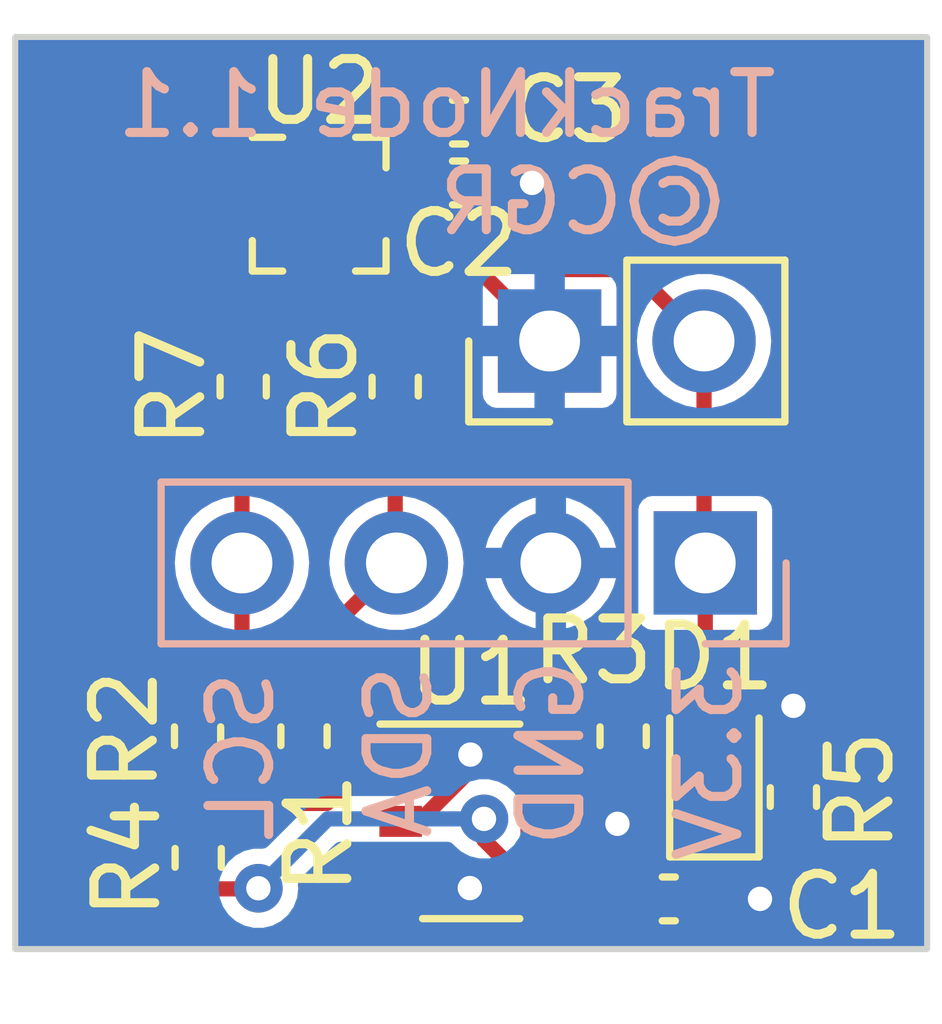
<source format=kicad_pcb>
(kicad_pcb (version 20221018) (generator pcbnew)
  (layers (0 "F.Cu" signal) (31 "B.Cu" signal) (34 "B.Paste" user) (35 "F.Paste" user) (36 "B.SilkS" user "B.Silkscreen") (37 "F.SilkS" user "F.Silkscreen") (38 "B.Mask" user) (39 "F.Mask" user) (44 "Edge.Cuts" user))
  (net 0 "")
  (net 1 "/VCC")
  (net 2 "GND")
  (net 3 "/SDA")
  (net 4 "/SCL")
  (net 5 "Net-(U1-SDA)")
  (net 6 "Net-(U1-SCL)")
  (net 7 "Net-(D1-K)")
  (net 8 "Net-(U2-SDA{slash}SDI{slash}SDO)")
  (net 9 "Net-(U2-SCL{slash}SPC)")
  (footprint "Resistor_SMD:R_0402_1005Metric" (layer "F.Cu") (at 21.5 31.5 -90)
    (fp_text reference "R2" (at -0.1 1.2 90) (layer "F.SilkS"))
    (fp_text value "100")
    (fp_line (start -0.153641 -0.38) (end 0.153641 -0.38) (stroke (width 0.12)) (layer "F.SilkS"))
    (fp_line (start -0.153641 0.38) (end 0.153641 0.38) (stroke (width 0.12)) (layer "F.SilkS"))
    (pad "1" smd roundrect (at -0.51 0 270) (size 0.54 0.64) (layers "F.Cu" "F.Paste" "F.Mask") (net 4 "/SCL"))
    (pad "2" smd roundrect (at 0.51 0 270) (size 0.54 0.64) (layers "F.Cu" "F.Paste" "F.Mask") (net 6 "Net-(U1-SCL)"))
  )
  (footprint "Capacitor_SMD:C_0402_1005Metric" (layer "F.Cu") (at 29.25 34.175 180)
    (fp_text reference "C1" (at -2.85 -0.125) (layer "F.SilkS"))
    (fp_text value "0.1uF")
    (fp_line (start -0.107836 -0.36) (end 0.107836 -0.36) (stroke (width 0.12)) (layer "F.SilkS"))
    (fp_line (start -0.107836 0.36) (end 0.107836 0.36) (stroke (width 0.12)) (layer "F.SilkS"))
    (pad "1" smd roundrect (at -0.48 0 180) (size 0.56 0.62) (layers "F.Cu" "F.Paste" "F.Mask") (net 2 "GND"))
    (pad "2" smd roundrect (at 0.48 0 180) (size 0.56 0.62) (layers "F.Cu" "F.Paste" "F.Mask") (net 1 "/VCC"))
  )
  (footprint "Capacitor_SMD:C_0402_1005Metric" (layer "F.Cu") (at 25.8 22.4 180)
    (fp_text reference "C2" (at 0 -1) (layer "F.SilkS"))
    (fp_text value "0.1uF")
    (fp_line (start -0.107836 -0.36) (end 0.107836 -0.36) (stroke (width 0.12)) (layer "F.SilkS"))
    (fp_line (start -0.107836 0.36) (end 0.107836 0.36) (stroke (width 0.12)) (layer "F.SilkS"))
    (pad "1" smd roundrect (at -0.48 0 180) (size 0.56 0.62) (layers "F.Cu" "F.Paste" "F.Mask") (net 2 "GND"))
    (pad "2" smd roundrect (at 0.48 0 180) (size 0.56 0.62) (layers "F.Cu" "F.Paste" "F.Mask") (net 1 "/VCC"))
  )
  (footprint "LED_SMD:LED_0603_1608Metric" (layer "F.Cu") (at 30 32 90)
    (fp_text reference "D1" (at 1.8 0 180) (layer "F.SilkS"))
    (fp_text value "LED")
    (fp_line (start -1.485 -0.735) (end -1.485 0.735) (stroke (width 0.12)) (layer "F.SilkS"))
    (fp_line (start -1.485 0.735) (end 0.8 0.735) (stroke (width 0.12)) (layer "F.SilkS"))
    (fp_line (start 0.8 -0.735) (end -1.485 -0.735) (stroke (width 0.12)) (layer "F.SilkS"))
    (pad "1" smd roundrect (at -0.7875 0 90) (size 0.875 0.95) (layers "F.Cu" "F.Paste" "F.Mask") (net 7 "Net-(D1-K)"))
    (pad "2" smd roundrect (at 0.7875 0 90) (size 0.875 0.95) (layers "F.Cu" "F.Paste" "F.Mask") (net 1 "/VCC"))
  )
  (footprint "Package_LGA:LGA-12_2x2mm_P0.5mm" (layer "F.Cu") (at 23.5 22.75)
    (fp_text reference "U2" (at 0 -1.85) (layer "F.SilkS"))
    (fp_text value "LIS2DTW12")
    (fp_line (start -1.1 -1.1) (end -1.1 -1.1) (stroke (width 0.12)) (layer "F.SilkS"))
    (fp_line (start -1.1 0.6) (end -1.1 0.6) (stroke (width 0.12)) (layer "F.SilkS"))
    (fp_line (start -1.1 1.1) (end -1.1 0.6) (stroke (width 0.12)) (layer "F.SilkS"))
    (fp_line (start -0.6 -1.1) (end -1.1 -1.1) (stroke (width 0.12)) (layer "F.SilkS"))
    (fp_line (start -0.6 1.1) (end -1.1 1.1) (stroke (width 0.12)) (layer "F.SilkS"))
    (fp_line (start 0.6 -1.1) (end 1.1 -1.1) (stroke (width 0.12)) (layer "F.SilkS"))
    (fp_line (start 0.6 1.1) (end 0.6 1.1) (stroke (width 0.12)) (layer "F.SilkS"))
    (fp_line (start 1.1 -1.1) (end 1.1 -0.6) (stroke (width 0.12)) (layer "F.SilkS"))
    (fp_line (start 1.1 -0.6) (end 1.1 -0.6) (stroke (width 0.12)) (layer "F.SilkS"))
    (fp_line (start 1.1 0.6) (end 1.1 1.1) (stroke (width 0.12)) (layer "F.SilkS"))
    (fp_line (start 1.1 1.1) (end 0.6 1.1) (stroke (width 0.12)) (layer "F.SilkS"))
    (pad "1" smd rect (at -0.7625 -0.75) (size 0.375 0.35) (layers "F.Cu" "F.Paste" "F.Mask") (net 9 "Net-(U2-SCL{slash}SPC)"))
    (pad "2" smd rect (at -0.7625 -0.25) (size 0.375 0.35) (layers "F.Cu" "F.Paste" "F.Mask") (net 1 "/VCC"))
    (pad "3" smd rect (at -0.7625 0.25) (size 0.375 0.35) (layers "F.Cu" "F.Paste" "F.Mask") (net 1 "/VCC"))
    (pad "4" smd rect (at -0.7625 0.75) (size 0.375 0.35) (layers "F.Cu" "F.Paste" "F.Mask") (net 8 "Net-(U2-SDA{slash}SDI{slash}SDO)"))
    (pad "5" smd rect (at -0.25 0.7625 90) (size 0.375 0.35) (layers "F.Cu" "F.Paste" "F.Mask") (net 2 "GND"))
    (pad "6" smd rect (at 0.25 0.7625 90) (size 0.375 0.35) (layers "F.Cu" "F.Paste" "F.Mask") (net 2 "GND"))
    (pad "7" smd rect (at 0.7625 0.75) (size 0.375 0.35) (layers "F.Cu" "F.Paste" "F.Mask") (net 2 "GND"))
    (pad "8" smd rect (at 0.7625 0.25) (size 0.375 0.35) (layers "F.Cu" "F.Paste" "F.Mask") (net 2 "GND"))
    (pad "9" smd rect (at 0.7625 -0.25) (size 0.375 0.35) (layers "F.Cu" "F.Paste" "F.Mask") (net 1 "/VCC"))
    (pad "10" smd rect (at 0.7625 -0.75) (size 0.375 0.35) (layers "F.Cu" "F.Paste" "F.Mask") (net 1 "/VCC"))
    (pad "11" smd rect (at 0.25 -0.7625 90) (size 0.375 0.35) (layers "F.Cu" "F.Paste" "F.Mask"))
    (pad "12" smd rect (at -0.25 -0.7625 90) (size 0.375 0.35) (layers "F.Cu" "F.Paste" "F.Mask"))
  )
  (footprint "Capacitor_SMD:C_0402_1005Metric" (layer "F.Cu") (at 25.8 21.4 180)
    (fp_text reference "C3" (at -1.8 0.2) (layer "F.SilkS"))
    (fp_text value "0.1uF")
    (fp_line (start -0.107836 -0.36) (end 0.107836 -0.36) (stroke (width 0.12)) (layer "F.SilkS"))
    (fp_line (start -0.107836 0.36) (end 0.107836 0.36) (stroke (width 0.12)) (layer "F.SilkS"))
    (pad "1" smd roundrect (at -0.48 0 180) (size 0.56 0.62) (layers "F.Cu" "F.Paste" "F.Mask") (net 2 "GND"))
    (pad "2" smd roundrect (at 0.48 0 180) (size 0.56 0.62) (layers "F.Cu" "F.Paste" "F.Mask") (net 1 "/VCC"))
  )
  (footprint "Resistor_SMD:R_0402_1005Metric" (layer "F.Cu") (at 21.51 33.5 90)
    (fp_text reference "R4" (at 0 -1.17 90) (layer "F.SilkS"))
    (fp_text value "1.2K")
    (fp_line (start -0.153641 -0.38) (end 0.153641 -0.38) (stroke (width 0.12)) (layer "F.SilkS"))
    (fp_line (start -0.153641 0.38) (end 0.153641 0.38) (stroke (width 0.12)) (layer "F.SilkS"))
    (pad "1" smd roundrect (at -0.51 0 90) (size 0.54 0.64) (layers "F.Cu" "F.Paste" "F.Mask") (net 1 "/VCC"))
    (pad "2" smd roundrect (at 0.51 0 90) (size 0.54 0.64) (layers "F.Cu" "F.Paste" "F.Mask") (net 4 "/SCL"))
  )
  (footprint "Resistor_SMD:R_0402_1005Metric" (layer "F.Cu") (at 23.25 31.5 -90)
    (fp_text reference "R1" (at 1.6 -0.25 90) (layer "F.SilkS"))
    (fp_text value "100")
    (fp_line (start -0.153641 -0.38) (end 0.153641 -0.38) (stroke (width 0.12)) (layer "F.SilkS"))
    (fp_line (start -0.153641 0.38) (end 0.153641 0.38) (stroke (width 0.12)) (layer "F.SilkS"))
    (pad "1" smd roundrect (at -0.51 0 270) (size 0.54 0.64) (layers "F.Cu" "F.Paste" "F.Mask") (net 3 "/SDA"))
    (pad "2" smd roundrect (at 0.51 0 270) (size 0.54 0.64) (layers "F.Cu" "F.Paste" "F.Mask") (net 5 "Net-(U1-SDA)"))
  )
  (footprint "Resistor_SMD:R_0402_1005Metric" (layer "F.Cu") (at 31.3 32.5 90)
    (fp_text reference "R5" (at 0.1 1.1 90) (layer "F.SilkS"))
    (fp_text value "500")
    (fp_line (start -0.153641 -0.38) (end 0.153641 -0.38) (stroke (width 0.12)) (layer "F.SilkS"))
    (fp_line (start -0.153641 0.38) (end 0.153641 0.38) (stroke (width 0.12)) (layer "F.SilkS"))
    (pad "1" smd roundrect (at -0.51 0 90) (size 0.54 0.64) (layers "F.Cu" "F.Paste" "F.Mask") (net 7 "Net-(D1-K)"))
    (pad "2" smd roundrect (at 0.51 0 90) (size 0.54 0.64) (layers "F.Cu" "F.Paste" "F.Mask") (net 2 "GND"))
  )
  (footprint "Resistor_SMD:R_0402_1005Metric" (layer "F.Cu") (at 22.25 25.75 90)
    (fp_text reference "R7" (at 0 -1.17 90) (layer "F.SilkS"))
    (fp_text value "100")
    (fp_line (start -0.153641 -0.38) (end 0.153641 -0.38) (stroke (width 0.12)) (layer "F.SilkS"))
    (fp_line (start -0.153641 0.38) (end 0.153641 0.38) (stroke (width 0.12)) (layer "F.SilkS"))
    (pad "1" smd roundrect (at -0.51 0 90) (size 0.54 0.64) (layers "F.Cu" "F.Paste" "F.Mask") (net 4 "/SCL"))
    (pad "2" smd roundrect (at 0.51 0 90) (size 0.54 0.64) (layers "F.Cu" "F.Paste" "F.Mask") (net 9 "Net-(U2-SCL{slash}SPC)"))
  )
  (footprint "Resistor_SMD:R_0402_1005Metric" (layer "F.Cu") (at 24.75 25.75 90)
    (fp_text reference "R6" (at 0 -1.17 90) (layer "F.SilkS"))
    (fp_text value "100")
    (fp_line (start -0.153641 -0.38) (end 0.153641 -0.38) (stroke (width 0.12)) (layer "F.SilkS"))
    (fp_line (start -0.153641 0.38) (end 0.153641 0.38) (stroke (width 0.12)) (layer "F.SilkS"))
    (pad "1" smd roundrect (at -0.51 0 90) (size 0.54 0.64) (layers "F.Cu" "F.Paste" "F.Mask") (net 3 "/SDA"))
    (pad "2" smd roundrect (at 0.51 0 90) (size 0.54 0.64) (layers "F.Cu" "F.Paste" "F.Mask") (net 8 "Net-(U2-SDA{slash}SDI{slash}SDO)"))
  )
  (footprint "Package_SO:TSOP-6_1.65x3.05mm_P0.95mm" (layer "F.Cu") (at 26 32.9)
    (fp_text reference "U1" (at 0 -2.45) (layer "F.SilkS"))
    (fp_text value "TLV493D-A1B6")
    (fp_line (start -0.8 1.6) (end 0.8 1.6) (stroke (width 0.12)) (layer "F.SilkS"))
    (fp_line (start 0.8 -1.6) (end -1.5 -1.6) (stroke (width 0.12)) (layer "F.SilkS"))
    (pad "1" smd rect (at -1.16 -0.95) (size 0.7 0.51) (layers "F.Cu" "F.Paste" "F.Mask") (net 6 "Net-(U1-SCL)"))
    (pad "2" smd rect (at -1.16 0) (size 0.7 0.51) (layers "F.Cu" "F.Paste" "F.Mask") (net 2 "GND"))
    (pad "3" smd rect (at -1.16 0.95) (size 0.7 0.51) (layers "F.Cu" "F.Paste" "F.Mask") (net 2 "GND"))
    (pad "4" smd rect (at 1.16 0.95) (size 0.7 0.51) (layers "F.Cu" "F.Paste" "F.Mask") (net 1 "/VCC"))
    (pad "5" smd rect (at 1.16 0) (size 0.7 0.51) (layers "F.Cu" "F.Paste" "F.Mask") (net 2 "GND"))
    (pad "6" smd rect (at 1.16 -0.95) (size 0.7 0.51) (layers "F.Cu" "F.Paste" "F.Mask") (net 5 "Net-(U1-SDA)"))
  )
  (footprint "Connector_PinHeader_2.54mm:PinHeader_1x02_P2.54mm_Vertical" (layer "F.Cu") (at 27.29 25 90)
    (fp_text reference "J2" hide)
    (fp_text value "Conn_01x02")
    (fp_line (start -1.33 -1.33) (end 0 -1.33) (stroke (width 0.12)) (layer "F.SilkS"))
    (fp_line (start -1.33 0) (end -1.33 -1.33) (stroke (width 0.12)) (layer "F.SilkS"))
    (fp_line (start -1.33 1.27) (end -1.33 3.87) (stroke (width 0.12)) (layer "F.SilkS"))
    (fp_line (start -1.33 1.27) (end 1.33 1.27) (stroke (width 0.12)) (layer "F.SilkS"))
    (fp_line (start -1.33 3.87) (end 1.33 3.87) (stroke (width 0.12)) (layer "F.SilkS"))
    (fp_line (start 1.33 1.27) (end 1.33 3.87) (stroke (width 0.12)) (layer "F.SilkS"))
    (pad "1" thru_hole rect (at 0 0 90) (size 1.7 1.7) (drill 1) (layers "*.Cu" "*.Mask") (net 2 "GND"))
    (pad "2" thru_hole oval (at 0 2.54 90) (size 1.7 1.7) (drill 1) (layers "*.Cu" "*.Mask") (net 1 "/VCC"))
  )
  (footprint "Resistor_SMD:R_0402_1005Metric" (layer "F.Cu") (at 28.5 31.5 90)
    (fp_text reference "R3" (at 1.4 -0.5 180) (layer "F.SilkS"))
    (fp_text value "1.2K")
    (fp_line (start -0.153641 -0.38) (end 0.153641 -0.38) (stroke (width 0.12)) (layer "F.SilkS"))
    (fp_line (start -0.153641 0.38) (end 0.153641 0.38) (stroke (width 0.12)) (layer "F.SilkS"))
    (pad "1" smd roundrect (at -0.51 0 90) (size 0.54 0.64) (layers "F.Cu" "F.Paste" "F.Mask") (net 1 "/VCC"))
    (pad "2" smd roundrect (at 0.51 0 90) (size 0.54 0.64) (layers "F.Cu" "F.Paste" "F.Mask") (net 3 "/SDA"))
  )
  (footprint "Connector_PinHeader_2.54mm:PinHeader_1x04_P2.54mm_Vertical" (layer "B.Cu") (at 29.85 28.65 90)
    (fp_text reference "J1" hide)
    (fp_text value "Conn_01x04")
    (fp_line (start -1.33 -8.95) (end 1.33 -8.95) (stroke (width 0.12)) (layer "B.SilkS"))
    (fp_line (start -1.33 -1.27) (end -1.33 -8.95) (stroke (width 0.12)) (layer "B.SilkS"))
    (fp_line (start -1.33 -1.27) (end 1.33 -1.27) (stroke (width 0.12)) (layer "B.SilkS"))
    (fp_line (start -1.33 0) (end -1.33 1.33) (stroke (width 0.12)) (layer "B.SilkS"))
    (fp_line (start -1.33 1.33) (end 0 1.33) (stroke (width 0.12)) (layer "B.SilkS"))
    (fp_line (start 1.33 -1.27) (end 1.33 -8.95) (stroke (width 0.12)) (layer "B.SilkS"))
    (pad "1" thru_hole rect (at 0 0 90) (size 1.7 1.7) (drill 1) (layers "*.Cu" "*.Mask") (net 1 "/VCC"))
    (pad "2" thru_hole oval (at 0 -2.54 90) (size 1.7 1.7) (drill 1) (layers "*.Cu" "*.Mask") (net 2 "GND"))
    (pad "3" thru_hole oval (at 0 -5.08 90) (size 1.7 1.7) (drill 1) (layers "*.Cu" "*.Mask") (net 3 "/SDA"))
    (pad "4" thru_hole oval (at 0 -7.62 90) (size 1.7 1.7) (drill 1) (layers "*.Cu" "*.Mask") (net 4 "/SCL"))
  )
  (gr_rect (start 18.5 20) (end 33.5 35) (stroke (width 0.1)) (fill none) (layer "Edge.Cuts"))
  (gr_text "GND" (at 27.9 30.15 90) (layer "B.SilkS") (effects (font (size 1 1)) (justify left bottom mirror)))
  (gr_text "©CGR" (at 30.3 23.3) (layer "B.SilkS") (effects (font (size 1 1)) (justify left bottom mirror)))
  (gr_text "SDA" (at 25.4 30.25 90) (layer "B.SilkS") (effects (font (size 1 1)) (justify left bottom mirror)))
  (gr_text "SCL" (at 22.8 30.35 90) (layer "B.SilkS") (effects (font (size 1 1)) (justify left bottom mirror)))
  (gr_text "3.3V" (at 30.5 30.2 90) (layer "B.SilkS") (effects (font (size 1 1)) (justify left bottom mirror)))
  (gr_text "TrackNode 1.1" (at 31.1 21.7) (layer "B.SilkS") (effects (font (size 1 1)) (justify left bottom mirror)))
  (segment (start 29.2975 31.2125) (end 28.5 32.01) (width 0.25) (layer "F.Cu") (net 1))
  (segment (start 24.2625 22) (end 24.92 22) (width 0.25) (layer "F.Cu") (net 1))
  (segment (start 26.2105 32.859098) (end 26.2105 33.2055) (width 0.25) (layer "F.Cu") (net 1))
  (segment (start 24.2625 22.5) (end 24.2625 22) (width 0.25) (layer "F.Cu") (net 1))
  (segment (start 24.92 22) (end 25.32 22.4) (width 0.25) (layer "F.Cu") (net 1))
  (segment (start 26.855 33.85) (end 27.16 33.85) (width 0.25) (layer "F.Cu") (net 1))
  (segment (start 30 31.2125) (end 29.2975 31.2125) (width 0.25) (layer "F.Cu") (net 1))
  (segment (start 28.445 33.85) (end 28.77 34.175) (width 0.25) (layer "F.Cu") (net 1))
  (segment (start 26.2105 33.2055) (end 26.855 33.85) (width 0.25) (layer "F.Cu") (net 1))
  (segment (start 29.130523 32.640523) (end 29.130523 33.814477) (width 0.25) (layer "F.Cu") (net 1))
  (segment (start 24.72 22) (end 25.32 21.4) (width 0.25) (layer "F.Cu") (net 1))
  (segment (start 29.85 28.65) (end 29.85 31.0625) (width 0.25) (layer "F.Cu") (net 1))
  (segment (start 29.85 31.0625) (end 30 31.2125) (width 0.25) (layer "F.Cu") (net 1))
  (segment (start 26.635 23.035) (end 27.425 23.825) (width 0.25) (layer "F.Cu") (net 1))
  (segment (start 28.655 23.825) (end 29.83 25) (width 0.25) (layer "F.Cu") (net 1))
  (segment (start 28.5 32.01) (end 29.130523 32.640523) (width 0.25) (layer "F.Cu") (net 1))
  (segment (start 21.51 34.01) (end 22.49 34.01) (width 0.25) (layer "F.Cu") (net 1))
  (segment (start 27.425 23.825) (end 28.655 23.825) (width 0.25) (layer "F.Cu") (net 1))
  (segment (start 29.130523 33.814477) (end 28.77 34.175) (width 0.25) (layer "F.Cu") (net 1))
  (segment (start 22.7375 23) (end 22.7375 22.5) (width 0.25) (layer "F.Cu") (net 1))
  (segment (start 29.83 25) (end 29.83 28.63) (width 0.25) (layer "F.Cu") (net 1))
  (segment (start 25.947391 23.035) (end 26.635 23.035) (width 0.25) (layer "F.Cu") (net 1))
  (segment (start 25.32 22.4) (end 25.32 22.407609) (width 0.25) (layer "F.Cu") (net 1))
  (segment (start 22.7375 22.5) (end 24.2625 22.5) (width 0.25) (layer "F.Cu") (net 1))
  (segment (start 27.16 33.85) (end 28.445 33.85) (width 0.25) (layer "F.Cu") (net 1))
  (segment (start 24.2625 22) (end 24.72 22) (width 0.25) (layer "F.Cu") (net 1))
  (segment (start 25.32 22.407609) (end 25.947391 23.035) (width 0.25) (layer "F.Cu") (net 1))
  (segment (start 22.49 34.01) (end 22.5 34) (width 0.25) (layer "F.Cu") (net 1))
  (segment (start 29.83 28.63) (end 29.85 28.65) (width 0.25) (layer "F.Cu") (net 1))
  (via (at 22.5 34) (size 0.8) (drill 0.4) (layers "F.Cu" "B.Cu") (net 1))
  (via (at 26.2105 32.859098) (size 0.8) (drill 0.4) (layers "F.Cu" "B.Cu") (net 1))
  (segment (start 23.640902 32.859098) (end 26.2105 32.859098) (width 0.25) (layer "B.Cu") (net 1))
  (segment (start 22.5 34) (end 23.640902 32.859098) (width 0.25) (layer "B.Cu") (net 1))
  (segment (start 27.200121 32.940121) (end 27.16 32.9) (width 0.25) (layer "F.Cu") (net 2))
  (segment (start 25.987182 32.057818) (end 25.145 32.9) (width 0.25) (layer "F.Cu") (net 2))
  (segment (start 25.977701 33.997299) (end 25.830402 33.85) (width 0.25) (layer "F.Cu") (net 2))
  (segment (start 29.73 34.175) (end 30.75 34.175) (width 0.25) (layer "F.Cu") (net 2))
  (segment (start 31.3 31.99) (end 31.3 31) (width 0.25) (layer "F.Cu") (net 2))
  (segment (start 24.2625 23) (end 24.2625 23.5) (width 0.25) (layer "F.Cu") (net 2))
  (segment (start 26.28 21.4) (end 26.28 22.4) (width 0.25) (layer "F.Cu") (net 2))
  (segment (start 25.987182 31.80178) (end 25.987182 32.057818) (width 0.25) (layer "F.Cu") (net 2))
  (segment (start 28.405523 32.940121) (end 27.200121 32.940121) (width 0.25) (layer "F.Cu") (net 2))
  (segment (start 25.830402 33.85) (end 24.84 33.85) (width 0.25) (layer "F.Cu") (net 2))
  (segment (start 26.28 22.4) (end 27 22.4) (width 0.25) (layer "F.Cu") (net 2))
  (segment (start 24.25 23.5125) (end 24.2625 23.5) (width 0.25) (layer "F.Cu") (net 2))
  (segment (start 23.25 23.5125) (end 24.25 23.5125) (width 0.25) (layer "F.Cu") (net 2))
  (segment (start 25.79 23.5) (end 27.29 25) (width 0.25) (layer "F.Cu") (net 2))
  (segment (start 25.145 32.9) (end 24.84 32.9) (width 0.25) (layer "F.Cu") (net 2))
  (segment (start 24.2625 23.5) (end 25.79 23.5) (width 0.25) (layer "F.Cu") (net 2))
  (via (at 25.977701 33.997299) (size 0.8) (drill 0.4) (layers "F.Cu" "B.Cu") (net 2))
  (via (at 28.405523 32.940121) (size 0.8) (drill 0.4) (layers "F.Cu" "B.Cu") (net 2))
  (via (at 31.3 31) (size 0.8) (drill 0.4) (layers "F.Cu" "B.Cu") (net 2))
  (via (at 25.987182 31.80178) (size 0.8) (drill 0.4) (layers "F.Cu" "B.Cu") (net 2))
  (via (at 27 22.4) (size 0.8) (drill 0.4) (layers "F.Cu" "B.Cu") (net 2))
  (via (at 30.75 34.175) (size 0.8) (drill 0.4) (layers "F.Cu" "B.Cu") (net 2))
  (segment (start 28.11 30.6) (end 28.5 30.99) (width 0.25) (layer "F.Cu") (net 3))
  (segment (start 23.64 30.6) (end 28.11 30.6) (width 0.25) (layer "F.Cu") (net 3))
  (segment (start 23.25 30.99) (end 23.64 30.6) (width 0.25) (layer "F.Cu") (net 3))
  (segment (start 24.75 26.26) (end 24.75 28.63) (width 0.25) (layer "F.Cu") (net 3))
  (segment (start 23.25 30.17) (end 24.77 28.65) (width 0.25) (layer "F.Cu") (net 3))
  (segment (start 23.25 30.99) (end 23.25 30.17) (width 0.25) (layer "F.Cu") (net 3))
  (segment (start 22.23 30.26) (end 22.23 28.65) (width 0.25) (layer "F.Cu") (net 4))
  (segment (start 22.23 28.65) (end 22.23 26.28) (width 0.25) (layer "F.Cu") (net 4))
  (segment (start 21.5 30.99) (end 22.23 30.26) (width 0.25) (layer "F.Cu") (net 4))
  (segment (start 22.23 26.28) (end 22.25 26.26) (width 0.25) (layer "F.Cu") (net 4))
  (segment (start 21.5 30.99) (end 20.855 31.635) (width 0.25) (layer "F.Cu") (net 4))
  (segment (start 20.855 31.635) (end 20.855 32.335) (width 0.25) (layer "F.Cu") (net 4))
  (segment (start 20.855 32.335) (end 21.51 32.99) (width 0.25) (layer "F.Cu") (net 4))
  (segment (start 24.21 31.05) (end 23.25 32.01) (width 0.25) (layer "F.Cu") (net 5))
  (segment (start 24.21 31.05) (end 26.26 31.05) (width 0.25) (layer "F.Cu") (net 5))
  (segment (start 26.26 31.05) (end 27.16 31.95) (width 0.25) (layer "F.Cu") (net 5))
  (segment (start 24.280538 31.95) (end 23.625538 32.605) (width 0.25) (layer "F.Cu") (net 6))
  (segment (start 24.84 31.95) (end 24.280538 31.95) (width 0.25) (layer "F.Cu") (net 6))
  (segment (start 23.625538 32.605) (end 22.095 32.605) (width 0.25) (layer "F.Cu") (net 6))
  (segment (start 22.095 32.605) (end 21.5 32.01) (width 0.25) (layer "F.Cu") (net 6))
  (segment (start 31.2775 32.7875) (end 31.5 33.01) (width 0.25) (layer "F.Cu") (net 7))
  (segment (start 30 32.7875) (end 31.0775 32.7875) (width 0.25) (layer "F.Cu") (net 7))
  (segment (start 31.0775 32.7875) (end 31.3 33.01) (width 0.25) (layer "F.Cu") (net 7))
  (segment (start 23.965 25.24) (end 22.7375 24.0125) (width 0.25) (layer "F.Cu") (net 8))
  (segment (start 22.7375 24.0125) (end 22.7375 23.5) (width 0.25) (layer "F.Cu") (net 8))
  (segment (start 24.75 25.24) (end 23.965 25.24) (width 0.25) (layer "F.Cu") (net 8))
  (segment (start 22.225 25.215) (end 22.225 22.075) (width 0.25) (layer "F.Cu") (net 9))
  (segment (start 22.25 25.24) (end 22.225 25.215) (width 0.25) (layer "F.Cu") (net 9))
  (segment (start 22.225 22.075) (end 22.3 22) (width 0.25) (layer "F.Cu") (net 9))
  (segment (start 22.3 22) (end 22.7375 22) (width 0.25) (layer "F.Cu") (net 9))
  (zone (net 2) (net_name "GND") (layer "B.Cu") (connect_pads (clearance 0.25)) (min_thickness 0.25) (fill yes (thermal_gap 0.25) (thermal_bridge_width 0.5))
    (polygon (pts (xy 18.25 19.75) (xy 33.75 19.75) (xy 33.75 35.25) (xy 18.25 35.25)))
  )
)
</source>
